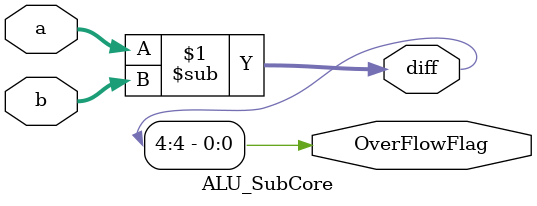
<source format=v>
`timescale 1ns / 1ps

module ALU_SubCore(a, b, diff, OverFlowFlag);
input [3:0] a, b;
output [4:0] diff;
output OverFlowFlag;

assign diff = a - b;
assign OverFlowFlag = diff[4];

endmodule
</source>
